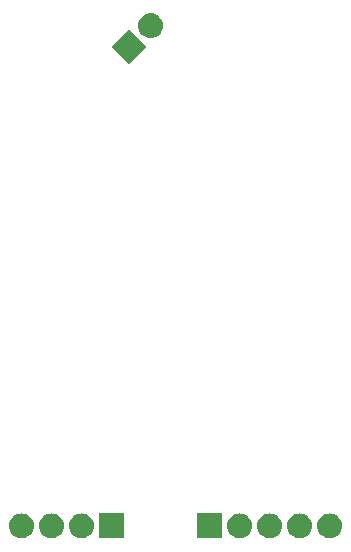
<source format=gbr>
G04 #@! TF.GenerationSoftware,KiCad,Pcbnew,5.0.1*
G04 #@! TF.CreationDate,2019-03-08T16:44:03-06:00*
G04 #@! TF.ProjectId,Card,436172642E6B696361645F7063620000,rev?*
G04 #@! TF.SameCoordinates,Original*
G04 #@! TF.FileFunction,Soldermask,Bot*
G04 #@! TF.FilePolarity,Negative*
%FSLAX46Y46*%
G04 Gerber Fmt 4.6, Leading zero omitted, Abs format (unit mm)*
G04 Created by KiCad (PCBNEW 5.0.1) date Fri 08 Mar 2019 04:44:03 PM CST*
%MOMM*%
%LPD*%
G01*
G04 APERTURE LIST*
%ADD10C,0.100000*%
G04 APERTURE END LIST*
D10*
G36*
X129548707Y-154757597D02*
X129625836Y-154765193D01*
X129757787Y-154805220D01*
X129823763Y-154825233D01*
X130006172Y-154922733D01*
X130166054Y-155053946D01*
X130297267Y-155213828D01*
X130394767Y-155396237D01*
X130394767Y-155396238D01*
X130454807Y-155594164D01*
X130475080Y-155800000D01*
X130454807Y-156005836D01*
X130414780Y-156137787D01*
X130394767Y-156203763D01*
X130297267Y-156386172D01*
X130166054Y-156546054D01*
X130006172Y-156677267D01*
X129823763Y-156774767D01*
X129757787Y-156794780D01*
X129625836Y-156834807D01*
X129548707Y-156842403D01*
X129471580Y-156850000D01*
X129368420Y-156850000D01*
X129291293Y-156842403D01*
X129214164Y-156834807D01*
X129082213Y-156794780D01*
X129016237Y-156774767D01*
X128833828Y-156677267D01*
X128673946Y-156546054D01*
X128542733Y-156386172D01*
X128445233Y-156203763D01*
X128425220Y-156137787D01*
X128385193Y-156005836D01*
X128364920Y-155800000D01*
X128385193Y-155594164D01*
X128445233Y-155396238D01*
X128445233Y-155396237D01*
X128542733Y-155213828D01*
X128673946Y-155053946D01*
X128833828Y-154922733D01*
X129016237Y-154825233D01*
X129082213Y-154805220D01*
X129214164Y-154765193D01*
X129291293Y-154757597D01*
X129368420Y-154750000D01*
X129471580Y-154750000D01*
X129548707Y-154757597D01*
X129548707Y-154757597D01*
G37*
G36*
X132088707Y-154757597D02*
X132165836Y-154765193D01*
X132297787Y-154805220D01*
X132363763Y-154825233D01*
X132546172Y-154922733D01*
X132706054Y-155053946D01*
X132837267Y-155213828D01*
X132934767Y-155396237D01*
X132934767Y-155396238D01*
X132994807Y-155594164D01*
X133015080Y-155800000D01*
X132994807Y-156005836D01*
X132954780Y-156137787D01*
X132934767Y-156203763D01*
X132837267Y-156386172D01*
X132706054Y-156546054D01*
X132546172Y-156677267D01*
X132363763Y-156774767D01*
X132297787Y-156794780D01*
X132165836Y-156834807D01*
X132088707Y-156842403D01*
X132011580Y-156850000D01*
X131908420Y-156850000D01*
X131831293Y-156842403D01*
X131754164Y-156834807D01*
X131622213Y-156794780D01*
X131556237Y-156774767D01*
X131373828Y-156677267D01*
X131213946Y-156546054D01*
X131082733Y-156386172D01*
X130985233Y-156203763D01*
X130965220Y-156137787D01*
X130925193Y-156005836D01*
X130904920Y-155800000D01*
X130925193Y-155594164D01*
X130985233Y-155396238D01*
X130985233Y-155396237D01*
X131082733Y-155213828D01*
X131213946Y-155053946D01*
X131373828Y-154922733D01*
X131556237Y-154825233D01*
X131622213Y-154805220D01*
X131754164Y-154765193D01*
X131831293Y-154757597D01*
X131908420Y-154750000D01*
X132011580Y-154750000D01*
X132088707Y-154757597D01*
X132088707Y-154757597D01*
G37*
G36*
X127008707Y-154757597D02*
X127085836Y-154765193D01*
X127217787Y-154805220D01*
X127283763Y-154825233D01*
X127466172Y-154922733D01*
X127626054Y-155053946D01*
X127757267Y-155213828D01*
X127854767Y-155396237D01*
X127854767Y-155396238D01*
X127914807Y-155594164D01*
X127935080Y-155800000D01*
X127914807Y-156005836D01*
X127874780Y-156137787D01*
X127854767Y-156203763D01*
X127757267Y-156386172D01*
X127626054Y-156546054D01*
X127466172Y-156677267D01*
X127283763Y-156774767D01*
X127217787Y-156794780D01*
X127085836Y-156834807D01*
X127008707Y-156842403D01*
X126931580Y-156850000D01*
X126828420Y-156850000D01*
X126751293Y-156842403D01*
X126674164Y-156834807D01*
X126542213Y-156794780D01*
X126476237Y-156774767D01*
X126293828Y-156677267D01*
X126133946Y-156546054D01*
X126002733Y-156386172D01*
X125905233Y-156203763D01*
X125885220Y-156137787D01*
X125845193Y-156005836D01*
X125824920Y-155800000D01*
X125845193Y-155594164D01*
X125905233Y-155396238D01*
X125905233Y-155396237D01*
X126002733Y-155213828D01*
X126133946Y-155053946D01*
X126293828Y-154922733D01*
X126476237Y-154825233D01*
X126542213Y-154805220D01*
X126674164Y-154765193D01*
X126751293Y-154757597D01*
X126828420Y-154750000D01*
X126931580Y-154750000D01*
X127008707Y-154757597D01*
X127008707Y-154757597D01*
G37*
G36*
X124468707Y-154757597D02*
X124545836Y-154765193D01*
X124677787Y-154805220D01*
X124743763Y-154825233D01*
X124926172Y-154922733D01*
X125086054Y-155053946D01*
X125217267Y-155213828D01*
X125314767Y-155396237D01*
X125314767Y-155396238D01*
X125374807Y-155594164D01*
X125395080Y-155800000D01*
X125374807Y-156005836D01*
X125334780Y-156137787D01*
X125314767Y-156203763D01*
X125217267Y-156386172D01*
X125086054Y-156546054D01*
X124926172Y-156677267D01*
X124743763Y-156774767D01*
X124677787Y-156794780D01*
X124545836Y-156834807D01*
X124468707Y-156842403D01*
X124391580Y-156850000D01*
X124288420Y-156850000D01*
X124211293Y-156842403D01*
X124134164Y-156834807D01*
X124002213Y-156794780D01*
X123936237Y-156774767D01*
X123753828Y-156677267D01*
X123593946Y-156546054D01*
X123462733Y-156386172D01*
X123365233Y-156203763D01*
X123345220Y-156137787D01*
X123305193Y-156005836D01*
X123284920Y-155800000D01*
X123305193Y-155594164D01*
X123365233Y-155396238D01*
X123365233Y-155396237D01*
X123462733Y-155213828D01*
X123593946Y-155053946D01*
X123753828Y-154922733D01*
X123936237Y-154825233D01*
X124002213Y-154805220D01*
X124134164Y-154765193D01*
X124211293Y-154757597D01*
X124288420Y-154750000D01*
X124391580Y-154750000D01*
X124468707Y-154757597D01*
X124468707Y-154757597D01*
G37*
G36*
X122850000Y-156850000D02*
X120750000Y-156850000D01*
X120750000Y-154750000D01*
X122850000Y-154750000D01*
X122850000Y-156850000D01*
X122850000Y-156850000D01*
G37*
G36*
X105988707Y-154757597D02*
X106065836Y-154765193D01*
X106197787Y-154805220D01*
X106263763Y-154825233D01*
X106446172Y-154922733D01*
X106606054Y-155053946D01*
X106737267Y-155213828D01*
X106834767Y-155396237D01*
X106834767Y-155396238D01*
X106894807Y-155594164D01*
X106915080Y-155800000D01*
X106894807Y-156005836D01*
X106854780Y-156137787D01*
X106834767Y-156203763D01*
X106737267Y-156386172D01*
X106606054Y-156546054D01*
X106446172Y-156677267D01*
X106263763Y-156774767D01*
X106197787Y-156794780D01*
X106065836Y-156834807D01*
X105988707Y-156842403D01*
X105911580Y-156850000D01*
X105808420Y-156850000D01*
X105731293Y-156842403D01*
X105654164Y-156834807D01*
X105522213Y-156794780D01*
X105456237Y-156774767D01*
X105273828Y-156677267D01*
X105113946Y-156546054D01*
X104982733Y-156386172D01*
X104885233Y-156203763D01*
X104865220Y-156137787D01*
X104825193Y-156005836D01*
X104804920Y-155800000D01*
X104825193Y-155594164D01*
X104885233Y-155396238D01*
X104885233Y-155396237D01*
X104982733Y-155213828D01*
X105113946Y-155053946D01*
X105273828Y-154922733D01*
X105456237Y-154825233D01*
X105522213Y-154805220D01*
X105654164Y-154765193D01*
X105731293Y-154757597D01*
X105808420Y-154750000D01*
X105911580Y-154750000D01*
X105988707Y-154757597D01*
X105988707Y-154757597D01*
G37*
G36*
X108528707Y-154757597D02*
X108605836Y-154765193D01*
X108737787Y-154805220D01*
X108803763Y-154825233D01*
X108986172Y-154922733D01*
X109146054Y-155053946D01*
X109277267Y-155213828D01*
X109374767Y-155396237D01*
X109374767Y-155396238D01*
X109434807Y-155594164D01*
X109455080Y-155800000D01*
X109434807Y-156005836D01*
X109394780Y-156137787D01*
X109374767Y-156203763D01*
X109277267Y-156386172D01*
X109146054Y-156546054D01*
X108986172Y-156677267D01*
X108803763Y-156774767D01*
X108737787Y-156794780D01*
X108605836Y-156834807D01*
X108528707Y-156842403D01*
X108451580Y-156850000D01*
X108348420Y-156850000D01*
X108271293Y-156842403D01*
X108194164Y-156834807D01*
X108062213Y-156794780D01*
X107996237Y-156774767D01*
X107813828Y-156677267D01*
X107653946Y-156546054D01*
X107522733Y-156386172D01*
X107425233Y-156203763D01*
X107405220Y-156137787D01*
X107365193Y-156005836D01*
X107344920Y-155800000D01*
X107365193Y-155594164D01*
X107425233Y-155396238D01*
X107425233Y-155396237D01*
X107522733Y-155213828D01*
X107653946Y-155053946D01*
X107813828Y-154922733D01*
X107996237Y-154825233D01*
X108062213Y-154805220D01*
X108194164Y-154765193D01*
X108271293Y-154757597D01*
X108348420Y-154750000D01*
X108451580Y-154750000D01*
X108528707Y-154757597D01*
X108528707Y-154757597D01*
G37*
G36*
X111068707Y-154757597D02*
X111145836Y-154765193D01*
X111277787Y-154805220D01*
X111343763Y-154825233D01*
X111526172Y-154922733D01*
X111686054Y-155053946D01*
X111817267Y-155213828D01*
X111914767Y-155396237D01*
X111914767Y-155396238D01*
X111974807Y-155594164D01*
X111995080Y-155800000D01*
X111974807Y-156005836D01*
X111934780Y-156137787D01*
X111914767Y-156203763D01*
X111817267Y-156386172D01*
X111686054Y-156546054D01*
X111526172Y-156677267D01*
X111343763Y-156774767D01*
X111277787Y-156794780D01*
X111145836Y-156834807D01*
X111068707Y-156842403D01*
X110991580Y-156850000D01*
X110888420Y-156850000D01*
X110811293Y-156842403D01*
X110734164Y-156834807D01*
X110602213Y-156794780D01*
X110536237Y-156774767D01*
X110353828Y-156677267D01*
X110193946Y-156546054D01*
X110062733Y-156386172D01*
X109965233Y-156203763D01*
X109945220Y-156137787D01*
X109905193Y-156005836D01*
X109884920Y-155800000D01*
X109905193Y-155594164D01*
X109965233Y-155396238D01*
X109965233Y-155396237D01*
X110062733Y-155213828D01*
X110193946Y-155053946D01*
X110353828Y-154922733D01*
X110536237Y-154825233D01*
X110602213Y-154805220D01*
X110734164Y-154765193D01*
X110811293Y-154757597D01*
X110888420Y-154750000D01*
X110991580Y-154750000D01*
X111068707Y-154757597D01*
X111068707Y-154757597D01*
G37*
G36*
X114530000Y-156850000D02*
X112430000Y-156850000D01*
X112430000Y-154750000D01*
X114530000Y-154750000D01*
X114530000Y-156850000D01*
X114530000Y-156850000D01*
G37*
G36*
X116484925Y-115250000D02*
X115000000Y-116734925D01*
X113515075Y-115250000D01*
X115000000Y-113765075D01*
X116484925Y-115250000D01*
X116484925Y-115250000D01*
G37*
G36*
X116924758Y-112411546D02*
X117001887Y-112419142D01*
X117133838Y-112459169D01*
X117199814Y-112479182D01*
X117382223Y-112576682D01*
X117542105Y-112707895D01*
X117673318Y-112867777D01*
X117770818Y-113050186D01*
X117770818Y-113050187D01*
X117830858Y-113248113D01*
X117851131Y-113453949D01*
X117830858Y-113659785D01*
X117798919Y-113765075D01*
X117770818Y-113857712D01*
X117673318Y-114040121D01*
X117542105Y-114200003D01*
X117382223Y-114331216D01*
X117199814Y-114428716D01*
X117133838Y-114448729D01*
X117001887Y-114488756D01*
X116924758Y-114496353D01*
X116847631Y-114503949D01*
X116744471Y-114503949D01*
X116667344Y-114496353D01*
X116590215Y-114488756D01*
X116458264Y-114448729D01*
X116392288Y-114428716D01*
X116209879Y-114331216D01*
X116049997Y-114200003D01*
X115918784Y-114040121D01*
X115821284Y-113857712D01*
X115793183Y-113765075D01*
X115761244Y-113659785D01*
X115740971Y-113453949D01*
X115761244Y-113248113D01*
X115821284Y-113050187D01*
X115821284Y-113050186D01*
X115918784Y-112867777D01*
X116049997Y-112707895D01*
X116209879Y-112576682D01*
X116392288Y-112479182D01*
X116458264Y-112459169D01*
X116590215Y-112419142D01*
X116667344Y-112411546D01*
X116744471Y-112403949D01*
X116847631Y-112403949D01*
X116924758Y-112411546D01*
X116924758Y-112411546D01*
G37*
M02*

</source>
